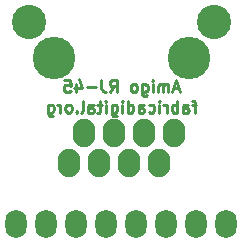
<source format=gbs>
G04 #@! TF.FileFunction,Soldermask,Bot*
%FSLAX46Y46*%
G04 Gerber Fmt 4.6, Leading zero omitted, Abs format (unit mm)*
G04 Created by KiCad (PCBNEW 4.0.6-e0-6349~53~ubuntu16.04.1) date Fri Jun  9 17:52:53 2017*
%MOMM*%
%LPD*%
G01*
G04 APERTURE LIST*
%ADD10C,0.100000*%
%ADD11C,0.250000*%
%ADD12O,1.797000X2.432000*%
%ADD13C,3.600000*%
%ADD14O,1.900000X2.400000*%
%ADD15C,2.900000*%
G04 APERTURE END LIST*
D10*
D11*
X15880952Y13458333D02*
X15404761Y13458333D01*
X15976190Y13172619D02*
X15642857Y14172619D01*
X15309523Y13172619D01*
X14976190Y13172619D02*
X14976190Y13839286D01*
X14976190Y13744048D02*
X14928571Y13791667D01*
X14833333Y13839286D01*
X14690475Y13839286D01*
X14595237Y13791667D01*
X14547618Y13696429D01*
X14547618Y13172619D01*
X14547618Y13696429D02*
X14499999Y13791667D01*
X14404761Y13839286D01*
X14261904Y13839286D01*
X14166666Y13791667D01*
X14119047Y13696429D01*
X14119047Y13172619D01*
X13642857Y13172619D02*
X13642857Y13839286D01*
X13642857Y14172619D02*
X13690476Y14125000D01*
X13642857Y14077381D01*
X13595238Y14125000D01*
X13642857Y14172619D01*
X13642857Y14077381D01*
X12738095Y13839286D02*
X12738095Y13029762D01*
X12785714Y12934524D01*
X12833333Y12886905D01*
X12928572Y12839286D01*
X13071429Y12839286D01*
X13166667Y12886905D01*
X12738095Y13220238D02*
X12833333Y13172619D01*
X13023810Y13172619D01*
X13119048Y13220238D01*
X13166667Y13267857D01*
X13214286Y13363095D01*
X13214286Y13648810D01*
X13166667Y13744048D01*
X13119048Y13791667D01*
X13023810Y13839286D01*
X12833333Y13839286D01*
X12738095Y13791667D01*
X12119048Y13172619D02*
X12214286Y13220238D01*
X12261905Y13267857D01*
X12309524Y13363095D01*
X12309524Y13648810D01*
X12261905Y13744048D01*
X12214286Y13791667D01*
X12119048Y13839286D01*
X11976190Y13839286D01*
X11880952Y13791667D01*
X11833333Y13744048D01*
X11785714Y13648810D01*
X11785714Y13363095D01*
X11833333Y13267857D01*
X11880952Y13220238D01*
X11976190Y13172619D01*
X12119048Y13172619D01*
X10023809Y13172619D02*
X10357143Y13648810D01*
X10595238Y13172619D02*
X10595238Y14172619D01*
X10214285Y14172619D01*
X10119047Y14125000D01*
X10071428Y14077381D01*
X10023809Y13982143D01*
X10023809Y13839286D01*
X10071428Y13744048D01*
X10119047Y13696429D01*
X10214285Y13648810D01*
X10595238Y13648810D01*
X9309523Y14172619D02*
X9309523Y13458333D01*
X9357143Y13315476D01*
X9452381Y13220238D01*
X9595238Y13172619D01*
X9690476Y13172619D01*
X8833333Y13553571D02*
X8071428Y13553571D01*
X7166666Y13839286D02*
X7166666Y13172619D01*
X7404762Y14220238D02*
X7642857Y13505952D01*
X7023809Y13505952D01*
X6166666Y14172619D02*
X6642857Y14172619D01*
X6690476Y13696429D01*
X6642857Y13744048D01*
X6547619Y13791667D01*
X6309523Y13791667D01*
X6214285Y13744048D01*
X6166666Y13696429D01*
X6119047Y13601190D01*
X6119047Y13363095D01*
X6166666Y13267857D01*
X6214285Y13220238D01*
X6309523Y13172619D01*
X6547619Y13172619D01*
X6642857Y13220238D01*
X6690476Y13267857D01*
X17357143Y12089286D02*
X16976191Y12089286D01*
X17214286Y11422619D02*
X17214286Y12279762D01*
X17166667Y12375000D01*
X17071429Y12422619D01*
X16976191Y12422619D01*
X16214285Y11422619D02*
X16214285Y11946429D01*
X16261904Y12041667D01*
X16357142Y12089286D01*
X16547619Y12089286D01*
X16642857Y12041667D01*
X16214285Y11470238D02*
X16309523Y11422619D01*
X16547619Y11422619D01*
X16642857Y11470238D01*
X16690476Y11565476D01*
X16690476Y11660714D01*
X16642857Y11755952D01*
X16547619Y11803571D01*
X16309523Y11803571D01*
X16214285Y11851190D01*
X15738095Y11422619D02*
X15738095Y12422619D01*
X15738095Y12041667D02*
X15642857Y12089286D01*
X15452380Y12089286D01*
X15357142Y12041667D01*
X15309523Y11994048D01*
X15261904Y11898810D01*
X15261904Y11613095D01*
X15309523Y11517857D01*
X15357142Y11470238D01*
X15452380Y11422619D01*
X15642857Y11422619D01*
X15738095Y11470238D01*
X14833333Y11422619D02*
X14833333Y12089286D01*
X14833333Y11898810D02*
X14785714Y11994048D01*
X14738095Y12041667D01*
X14642857Y12089286D01*
X14547618Y12089286D01*
X14214285Y11422619D02*
X14214285Y12089286D01*
X14214285Y12422619D02*
X14261904Y12375000D01*
X14214285Y12327381D01*
X14166666Y12375000D01*
X14214285Y12422619D01*
X14214285Y12327381D01*
X13309523Y11470238D02*
X13404761Y11422619D01*
X13595238Y11422619D01*
X13690476Y11470238D01*
X13738095Y11517857D01*
X13785714Y11613095D01*
X13785714Y11898810D01*
X13738095Y11994048D01*
X13690476Y12041667D01*
X13595238Y12089286D01*
X13404761Y12089286D01*
X13309523Y12041667D01*
X12452380Y11422619D02*
X12452380Y11946429D01*
X12499999Y12041667D01*
X12595237Y12089286D01*
X12785714Y12089286D01*
X12880952Y12041667D01*
X12452380Y11470238D02*
X12547618Y11422619D01*
X12785714Y11422619D01*
X12880952Y11470238D01*
X12928571Y11565476D01*
X12928571Y11660714D01*
X12880952Y11755952D01*
X12785714Y11803571D01*
X12547618Y11803571D01*
X12452380Y11851190D01*
X11547618Y11422619D02*
X11547618Y12422619D01*
X11547618Y11470238D02*
X11642856Y11422619D01*
X11833333Y11422619D01*
X11928571Y11470238D01*
X11976190Y11517857D01*
X12023809Y11613095D01*
X12023809Y11898810D01*
X11976190Y11994048D01*
X11928571Y12041667D01*
X11833333Y12089286D01*
X11642856Y12089286D01*
X11547618Y12041667D01*
X11071428Y11422619D02*
X11071428Y12089286D01*
X11071428Y12422619D02*
X11119047Y12375000D01*
X11071428Y12327381D01*
X11023809Y12375000D01*
X11071428Y12422619D01*
X11071428Y12327381D01*
X10166666Y12089286D02*
X10166666Y11279762D01*
X10214285Y11184524D01*
X10261904Y11136905D01*
X10357143Y11089286D01*
X10500000Y11089286D01*
X10595238Y11136905D01*
X10166666Y11470238D02*
X10261904Y11422619D01*
X10452381Y11422619D01*
X10547619Y11470238D01*
X10595238Y11517857D01*
X10642857Y11613095D01*
X10642857Y11898810D01*
X10595238Y11994048D01*
X10547619Y12041667D01*
X10452381Y12089286D01*
X10261904Y12089286D01*
X10166666Y12041667D01*
X9690476Y11422619D02*
X9690476Y12089286D01*
X9690476Y12422619D02*
X9738095Y12375000D01*
X9690476Y12327381D01*
X9642857Y12375000D01*
X9690476Y12422619D01*
X9690476Y12327381D01*
X9357143Y12089286D02*
X8976191Y12089286D01*
X9214286Y12422619D02*
X9214286Y11565476D01*
X9166667Y11470238D01*
X9071429Y11422619D01*
X8976191Y11422619D01*
X8214285Y11422619D02*
X8214285Y11946429D01*
X8261904Y12041667D01*
X8357142Y12089286D01*
X8547619Y12089286D01*
X8642857Y12041667D01*
X8214285Y11470238D02*
X8309523Y11422619D01*
X8547619Y11422619D01*
X8642857Y11470238D01*
X8690476Y11565476D01*
X8690476Y11660714D01*
X8642857Y11755952D01*
X8547619Y11803571D01*
X8309523Y11803571D01*
X8214285Y11851190D01*
X7595238Y11422619D02*
X7690476Y11470238D01*
X7738095Y11565476D01*
X7738095Y12422619D01*
X7214285Y11517857D02*
X7166666Y11470238D01*
X7214285Y11422619D01*
X7261904Y11470238D01*
X7214285Y11517857D01*
X7214285Y11422619D01*
X6595238Y11422619D02*
X6690476Y11470238D01*
X6738095Y11517857D01*
X6785714Y11613095D01*
X6785714Y11898810D01*
X6738095Y11994048D01*
X6690476Y12041667D01*
X6595238Y12089286D01*
X6452380Y12089286D01*
X6357142Y12041667D01*
X6309523Y11994048D01*
X6261904Y11898810D01*
X6261904Y11613095D01*
X6309523Y11517857D01*
X6357142Y11470238D01*
X6452380Y11422619D01*
X6595238Y11422619D01*
X5833333Y11422619D02*
X5833333Y12089286D01*
X5833333Y11898810D02*
X5785714Y11994048D01*
X5738095Y12041667D01*
X5642857Y12089286D01*
X5547618Y12089286D01*
X4785713Y12089286D02*
X4785713Y11279762D01*
X4833332Y11184524D01*
X4880951Y11136905D01*
X4976190Y11089286D01*
X5119047Y11089286D01*
X5214285Y11136905D01*
X4785713Y11470238D02*
X4880951Y11422619D01*
X5071428Y11422619D01*
X5166666Y11470238D01*
X5214285Y11517857D01*
X5261904Y11613095D01*
X5261904Y11898810D01*
X5214285Y11994048D01*
X5166666Y12041667D01*
X5071428Y12089286D01*
X4880951Y12089286D01*
X4785713Y12041667D01*
D12*
X19890000Y2000000D03*
X17350000Y2000000D03*
X14810000Y2000000D03*
X12270000Y2000000D03*
X9730000Y2000000D03*
X7190000Y2000000D03*
X4650000Y2000000D03*
X2110000Y2000000D03*
D13*
X16715000Y16000000D03*
X5285000Y16000000D03*
D14*
X15445000Y9650000D03*
X14175000Y7110000D03*
X12905000Y9650000D03*
X11635000Y7110000D03*
X10365000Y9650000D03*
X9095000Y7110000D03*
X7825000Y9650000D03*
X6555000Y7110000D03*
D15*
X18850000Y19050000D03*
X3150000Y19050000D03*
M02*

</source>
